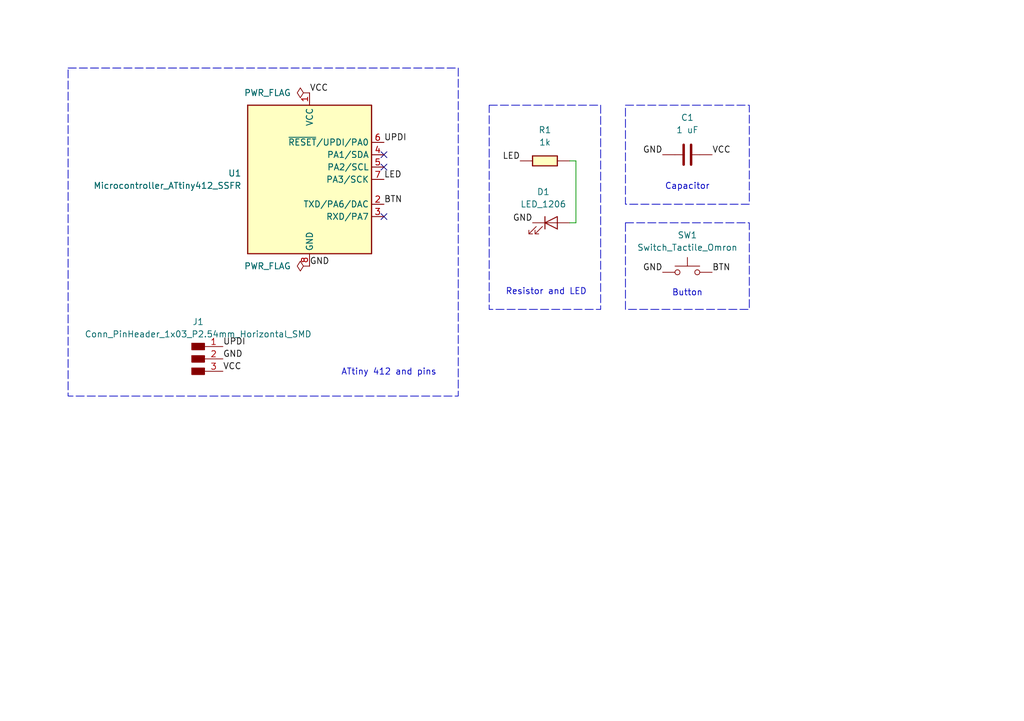
<source format=kicad_sch>
(kicad_sch (version 20231120) (generator "eeschema") (generator_version "8.0")
  (paper "A5")
  (title_block (title "ATtiny 412 LED and button") (date "2024-10-18") (rev "Version 1") (company "Fab Lab Austurland") (comment 1 "My first project"))
  (lib_symbols
    (symbol "fab:C_1206" (pin_numbers hide)
      (property "Reference" "C" (at 0.635 2.54 0))
      (property "Value" "C_1206" (at 0.635 -2.54 0))
      (symbol "C_1206_0_1"
        (polyline (pts (xy -2.032 -0.762) (xy 2.032 -0.762)) (stroke (width 0.508)))
        (polyline (pts (xy -2.032 0.762) (xy 2.032 0.762)) (stroke (width 0.508)))
        (polyline (pts (xy 0 -0.635) (xy 0 -2.54)))
        (polyline (pts (xy 0 0.635) (xy 0 2.54)))
      )
      (symbol "C_1206_1_1"
        (pin passive line (at 0 5.08 270) (length 2.54) (name "~") (number "1"))
        (pin passive line (at 0 -5.08 90) (length 2.54) (name "~") (number "2"))
      )
    )
    (symbol "fab:Conn_PinHeader_1x03_P2.54mm_Horizontal_SMD" (pin_names hide)
      (property "Reference" "J" (at 0 5.08 0))
      (property "Value" "Conn_PinHeader_1x03_P2.54mm_Horizontal_SMD" (at 0 -5.08 0))
      (symbol "Conn_PinHeader_1x03_P2.54mm_Horizontal_SMD_1_1"
        (rectangle (start -1.27 -1.905) (end 1.27 -3.175) (stroke (width 0.254)) (fill (type outline)))
        (rectangle (start -1.27 0.635) (end 1.27 -0.635) (stroke (width 0.254)) (fill (type outline)))
        (rectangle (start -1.27 3.175) (end 1.27 1.905) (stroke (width 0.254)) (fill (type outline)))
        (pin passive line (at 5.08 2.54 180) (length 3.81) (name "Pin_1") (number "1"))
        (pin passive line (at 5.08 0 180) (length 3.81) (name "Pin_2") (number "2"))
        (pin passive line (at 5.08 -2.54 180) (length 3.81) (name "Pin_3") (number "3"))
      )
    )
    (symbol "fab:LED_1206" (pin_numbers hide) (pin_names (offset 1.016) hide)
      (property "Reference" "D" (at 0 2.54 0))
      (property "Value" "LED_1206" (at 0 -2.54 0))
      (symbol "LED_1206_0_1"
        (polyline (pts (xy -1.27 -1.27) (xy -1.27 1.27)) (stroke (width 0.2032)))
        (polyline (pts (xy -1.27 0) (xy 1.27 0)))
        (polyline (pts (xy 1.27 -1.27) (xy 1.27 1.27) (xy -1.27 0) (xy 1.27 -1.27)) (stroke (width 0.2032)))
        (polyline (pts (xy -3.048 -0.762) (xy -4.572 -2.286) (xy -3.81 -2.286) (xy -4.572 -2.286) (xy -4.572 -1.524)))
        (polyline (pts (xy -1.778 -0.762) (xy -3.302 -2.286) (xy -2.54 -2.286) (xy -3.302 -2.286) (xy -3.302 -1.524)))
      )
      (symbol "LED_1206_1_1"
        (pin passive line (at -3.81 0 0) (length 2.54) (name "K") (number "1"))
        (pin passive line (at 3.81 0 180) (length 2.54) (name "A") (number "2"))
      )
    )
    (symbol "fab:Microcontroller_ATtiny412_SSFR"
      (property "Reference" "U" (at -12.7 17.78 0))
      (property "Value" "Microcontroller_ATtiny412_SSFR" (at 2.54 17.78 0))
      (symbol "Microcontroller_ATtiny412_SSFR_0_1"
        (rectangle (start -12.7 -15.24) (end 12.7 15.24) (stroke (width 0.254)) (fill (type background)))
      )
      (symbol "Microcontroller_ATtiny412_SSFR_1_1"
        (pin power_in line (at 0 17.78 270) (length 2.54) (name "VCC") (number "1"))
        (pin bidirectional line (at 15.24 -5.08 180) (length 2.54) (name "TXD/PA6/DAC") (number "2"))
        (pin bidirectional line (at 15.24 -7.62 180) (length 2.54) (name "RXD/PA7") (number "3"))
        (pin bidirectional line (at 15.24 5.08 180) (length 2.54) (name "PA1/SDA") (number "4"))
        (pin bidirectional line (at 15.24 2.54 180) (length 2.54) (name "PA2/SCL") (number "5"))
        (pin bidirectional line (at 15.24 7.62 180) (length 2.54) (name "~{RESET}/UPDI/PA0") (number "6"))
        (pin bidirectional line (at 15.24 0 180) (length 2.54) (name "PA3/SCK") (number "7"))
        (pin power_in line (at 0 -17.78 90) (length 2.54) (name "GND") (number "8"))
      )
    )
    (symbol "fab:PWR_FLAG" (power) (pin_numbers hide) (pin_names (offset 0) hide)
      (property "Value" "PWR_FLAG" (at 0 3.81 0))
      (symbol "PWR_FLAG_0_1"
        (polyline (pts (xy 0 0) (xy 0 1.27) (xy -1.016 1.905) (xy 0 2.54) (xy 1.016 1.905) (xy 0 1.27)))
      )
      (symbol "PWR_FLAG_1_0"
        (pin power_out line (at 0 0 90) (length 0) (name "PWR_FLAG") (number "1"))
      )
    )
    (symbol "fab:R_1206" (pin_numbers hide) (pin_names (offset 0))
      (property "Reference" "R" (at 2.54 0 90))
      (property "Value" "R_1206" (at -2.54 0 90))
      (symbol "R_1206_0_1"
        (rectangle (start -1.016 -2.54) (end 1.016 2.54) (stroke (width 0.254)) (fill (type background)))
      )
      (symbol "R_1206_1_1"
        (pin passive line (at 0 5.08 270) (length 2.54) (name "~") (number "1"))
        (pin passive line (at 0 -5.08 90) (length 2.54) (name "~") (number "2"))
      )
    )
    (symbol "fab:Switch_Tactile_Omron" (pin_numbers hide) (pin_names (offset 1.016) hide)
      (property "Reference" "SW" (at 1.27 2.54 0))
      (property "Value" "Switch_Tactile_Omron" (at 0 -1.524 0))
      (symbol "Switch_Tactile_Omron_0_1"
        (circle (center -2.032 0) (radius 0.508))
        (polyline (pts (xy 0 1.27) (xy 0 3.048)))
        (polyline (pts (xy 2.54 1.27) (xy -2.54 1.27)))
        (circle (center 2.032 0) (radius 0.508))
        (pin passive line (at -5.08 0 0) (length 2.54) (name "1") (number "1"))
        (pin passive line (at 5.08 0 180) (length 2.54) (name "2") (number "2"))
      )
    )
  )
  (no_connect (at 78.74 44.45))
  (no_connect (at 78.74 34.29))
  (no_connect (at 78.74 31.75))
  (wire (pts (xy 118.11 33.02) (xy 116.84 33.02)))
  (wire (pts (xy 116.84 45.72) (xy 118.11 45.72)))
  (wire (pts (xy 118.11 33.02) (xy 118.11 45.72)))
  (rectangle (start 13.97 13.97) (end 93.98 81.28) (stroke (width 0) (type dash)))
  (rectangle (start 128.27 45.72) (end 153.67 63.5) (stroke (width 0) (type dash)))
  (rectangle (start 128.27 21.59) (end 153.67 41.91) (stroke (width 0) (type dash)))
  (rectangle (start 100.33 21.59) (end 123.19 63.5) (stroke (width 0) (type dash)))
  (text "ATtiny 412 and pins" (at 79.756 76.454 0) (effects (font (size 1.27 1.27))))
  (text "Button" (at 140.97 60.198 0) (effects (font (size 1.27 1.27))))
  (text "Capacitor" (at 140.97 38.354 0) (effects (font (size 1.27 1.27))))
  (text "Resistor and LED" (at 112.014 59.944 0) (effects (font (size 1.27 1.27))))
  (label "GND" (at 45.72 73.66 0))
  (label "VCC" (at 45.72 76.2 0))
  (label "BTN" (at 146.05 55.88 0))
  (label "VCC" (at 63.5 19.05 0))
  (label "GND" (at 109.22 45.72 180))
  (label "LED" (at 106.68 33.02 180))
  (label "BTN" (at 78.74 41.91 0))
  (label "VCC" (at 146.05 31.75 0))
  (label "UPDI" (at 45.72 71.12 0))
  (label "LED" (at 78.74 36.83 0))
  (label "GND" (at 63.5 54.61 0))
  (label "UPDI" (at 78.74 29.21 0))
  (label "GND" (at 135.89 55.88 180))
  (label "GND" (at 135.89 31.75 180))
  (symbol (lib_id "fab:C_1206") (at 140.97 31.75 90) (unit 1)
    (property "Reference" "C1" (at 140.97 24.13 90))
    (property "Value" "1 uF" (at 140.97 26.67 90))
    (property "Footprint" "fab:C_1206" (effects (hide yes)))
    (property "Datasheet" "https://www.yageo.com/upload/media/product/productsearch/datasheet/mlcc/UPY-GP_NP0_16V-to-50V_18.pdf" (effects (hide yes)))
    (property "Description" "Unpolarized capacitor, SMD, 1206" (effects (hide yes)))
  )
  (symbol (lib_id "fab:Microcontroller_ATtiny412_SSFR") (at 63.5 36.83 0) (unit 1)
    (property "Reference" "U1" (at 49.53 35.5599 0) (effects (justify right)))
    (property "Value" "Microcontroller_ATtiny412_SSFR" (at 49.53 38.0999 0) (effects (justify right)))
    (property "Footprint" "fab:SOIC-8_3.9x4.9mm_P1.27mm" (effects (hide yes)))
    (property "Datasheet" "http://ww1.microchip.com/downloads/en/DeviceDoc/40001911A.pdf" (effects (hide yes)))
    (property "Description" "AVR tinyAVR™ 1 Microcontroller IC 8-Bit 20MHz 4KB (4K x 8) FLASH 8-SOIC" (effects (hide yes)))
  )
  (symbol (lib_id "fab:R_1206") (at 111.76 33.02 90) (unit 1)
    (property "Reference" "R1" (at 111.76 26.67 90))
    (property "Value" "1k" (at 111.76 29.21 90))
    (property "Footprint" "fab:R_1206" (effects (hide yes)))
    (property "Description" "Resistor" (effects (hide yes)))
  )
  (symbol (lib_id "fab:PWR_FLAG") (at 63.5 54.61 90) (unit 1)
    (property "Reference" "#FLG01" (effects (hide yes)))
    (property "Value" "PWR_FLAG" (at 59.69 54.6099 90) (effects (justify left)))
    (property "Description" "Special symbol for telling ERC where power comes from" (effects (hide yes)))
  )
  (symbol (lib_id "fab:Switch_Tactile_Omron") (at 140.97 55.88 0) (unit 1)
    (property "Reference" "SW1" (at 140.97 48.26 0))
    (property "Value" "Switch_Tactile_Omron" (at 140.97 50.8 0))
    (property "Footprint" "fab:Button_Omron_B3SN_6.0x6.0mm" (effects (hide yes)))
    (property "Datasheet" "https://omronfs.omron.com/en_US/ecb/products/pdf/en-b3sn.pdf" (effects (hide yes)))
    (property "Description" "Push button switch, Omron, B3SN, Sealed Tactile Switch (SMT), SPST-NO Top Actuated Surface Mount" (effects (hide yes)))
  )
  (symbol (lib_id "fab:LED_1206") (at 113.03 45.72 0) (unit 1)
    (property "Reference" "D1" (at 111.4298 39.37 0))
    (property "Value" "LED_1206" (at 111.4298 41.91 0))
    (property "Footprint" "fab:LED_1206" (effects (hide yes)))
    (property "Datasheet" "https://optoelectronics.liteon.com/upload/download/DS-22-98-0002/LTST-C150CKT.pdf" (effects (hide yes)))
    (property "Description" "Light emitting diode, Lite-On Inc. LTST, SMD" (effects (hide yes)))
  )
  (symbol (lib_id "fab:Conn_PinHeader_1x03_P2.54mm_Horizontal_SMD") (at 40.64 73.66 0) (unit 1)
    (property "Reference" "J1" (at 40.64 66.04 0))
    (property "Value" "Conn_PinHeader_1x03_P2.54mm_Horizontal_SMD" (at 40.64 68.58 0))
    (property "Footprint" "fab:PinHeader_1x03_P2.54mm_Horizontal_SMD" (effects (hide yes)))
    (property "Description" "Male connector, single row" (effects (hide yes)))
  )
  (symbol (lib_id "fab:PWR_FLAG") (at 63.5 19.05 90) (unit 1)
    (property "Reference" "#FLG02" (effects (hide yes)))
    (property "Value" "PWR_FLAG" (at 59.69 19.0499 90) (effects (justify left)))
    (property "Description" "Special symbol for telling ERC where power comes from" (effects (hide yes)))
  )
)
</source>
